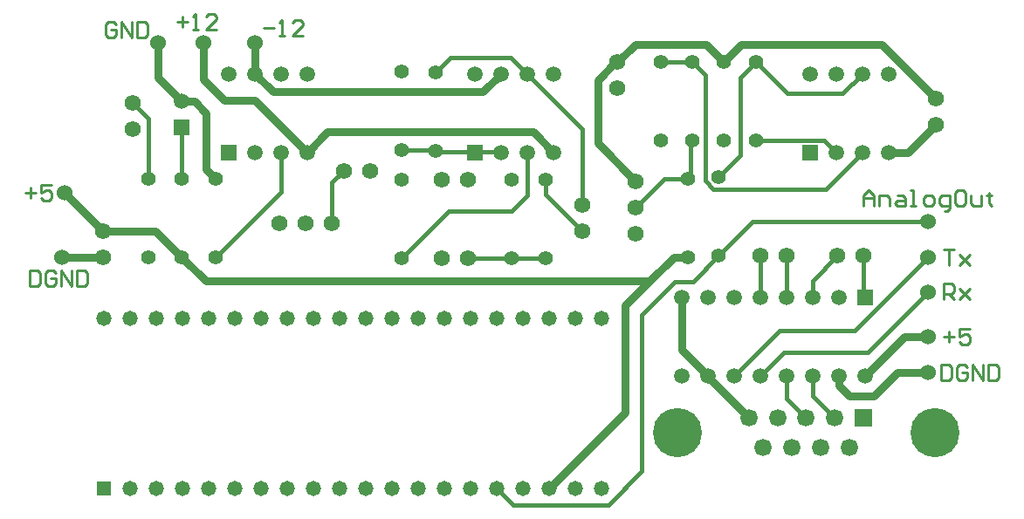
<source format=gtl>
G04*
G04 #@! TF.GenerationSoftware,Altium Limited,Altium Designer,18.0.7 (293)*
G04*
G04 Layer_Physical_Order=1*
G04 Layer_Color=255*
%FSLAX25Y25*%
%MOIN*%
G70*
G01*
G75*
%ADD16C,0.01000*%
%ADD30C,0.03000*%
%ADD31C,0.01500*%
%ADD32C,0.06000*%
%ADD33C,0.05512*%
%ADD34C,0.05906*%
%ADD35R,0.05906X0.05906*%
%ADD36C,0.05800*%
%ADD37R,0.05800X0.05800*%
%ADD38C,0.05906*%
%ADD39R,0.05906X0.05906*%
%ADD40C,0.06200*%
%ADD41C,0.18740*%
%ADD42R,0.06653X0.06653*%
%ADD43C,0.06653*%
D16*
X321500Y130000D02*
Y133999D01*
X323499Y135998D01*
X325499Y133999D01*
Y130000D01*
Y132999D01*
X321500D01*
X327498Y130000D02*
Y133999D01*
X330497D01*
X331497Y132999D01*
Y130000D01*
X334496Y133999D02*
X336495D01*
X337495Y132999D01*
Y130000D01*
X334496D01*
X333496Y131000D01*
X334496Y131999D01*
X337495D01*
X339494Y130000D02*
X341494D01*
X340494D01*
Y135998D01*
X339494D01*
X345492Y130000D02*
X347492D01*
X348491Y131000D01*
Y132999D01*
X347492Y133999D01*
X345492D01*
X344493Y132999D01*
Y131000D01*
X345492Y130000D01*
X352490Y128001D02*
X353490D01*
X354489Y129000D01*
Y133999D01*
X351490D01*
X350491Y132999D01*
Y131000D01*
X351490Y130000D01*
X354489D01*
X359488Y135998D02*
X357488D01*
X356489Y134998D01*
Y131000D01*
X357488Y130000D01*
X359488D01*
X360487Y131000D01*
Y134998D01*
X359488Y135998D01*
X362487Y133999D02*
Y131000D01*
X363486Y130000D01*
X366485D01*
Y133999D01*
X369484Y134998D02*
Y133999D01*
X368485D01*
X370484D01*
X369484D01*
Y131000D01*
X370484Y130000D01*
X351000Y69498D02*
Y63500D01*
X353999D01*
X354999Y64500D01*
Y68498D01*
X353999Y69498D01*
X351000D01*
X360997Y68498D02*
X359997Y69498D01*
X357998D01*
X356998Y68498D01*
Y64500D01*
X357998Y63500D01*
X359997D01*
X360997Y64500D01*
Y66499D01*
X358997D01*
X362996Y63500D02*
Y69498D01*
X366995Y63500D01*
Y69498D01*
X368994D02*
Y63500D01*
X371993D01*
X372993Y64500D01*
Y68498D01*
X371993Y69498D01*
X368994D01*
X352000Y79999D02*
X355999D01*
X353999Y81998D02*
Y78000D01*
X361997Y82998D02*
X357998D01*
Y79999D01*
X359997Y80999D01*
X360997D01*
X361997Y79999D01*
Y78000D01*
X360997Y77000D01*
X358998D01*
X357998Y78000D01*
X352000Y94500D02*
Y100498D01*
X354999D01*
X355999Y99498D01*
Y97499D01*
X354999Y96499D01*
X352000D01*
X353999D02*
X355999Y94500D01*
X357998Y98499D02*
X361997Y94500D01*
X359997Y96499D01*
X361997Y98499D01*
X357998Y94500D01*
X352000Y113498D02*
X355999D01*
X353999D01*
Y107500D01*
X357998Y111499D02*
X361997Y107500D01*
X359997Y109499D01*
X361997Y111499D01*
X357998Y107500D01*
X3000Y105498D02*
Y99500D01*
X5999D01*
X6999Y100500D01*
Y104498D01*
X5999Y105498D01*
X3000D01*
X12997Y104498D02*
X11997Y105498D01*
X9998D01*
X8998Y104498D01*
Y100500D01*
X9998Y99500D01*
X11997D01*
X12997Y100500D01*
Y102499D01*
X10997D01*
X14996Y99500D02*
Y105498D01*
X18995Y99500D01*
Y105498D01*
X20994D02*
Y99500D01*
X23993D01*
X24993Y100500D01*
Y104498D01*
X23993Y105498D01*
X20994D01*
X1500Y134999D02*
X5499D01*
X3499Y136998D02*
Y133000D01*
X11497Y137998D02*
X7498D01*
Y134999D01*
X9497Y135999D01*
X10497D01*
X11497Y134999D01*
Y133000D01*
X10497Y132000D01*
X8498D01*
X7498Y133000D01*
X35999Y199498D02*
X34999Y200498D01*
X33000D01*
X32000Y199498D01*
Y195500D01*
X33000Y194500D01*
X34999D01*
X35999Y195500D01*
Y197499D01*
X33999D01*
X37998Y194500D02*
Y200498D01*
X41997Y194500D01*
Y200498D01*
X43996D02*
Y194500D01*
X46995D01*
X47995Y195500D01*
Y199498D01*
X46995Y200498D01*
X43996D01*
X59500Y200499D02*
X63499D01*
X61499Y202498D02*
Y198500D01*
X65498Y197500D02*
X67497D01*
X66498D01*
Y203498D01*
X65498Y202498D01*
X74495Y197500D02*
X70496D01*
X74495Y201499D01*
Y202498D01*
X73496Y203498D01*
X71496D01*
X70496Y202498D01*
X92500Y197999D02*
X96499D01*
X98498Y195000D02*
X100497D01*
X99498D01*
Y200998D01*
X98498Y199998D01*
X107495Y195000D02*
X103496D01*
X107495Y198999D01*
Y199998D01*
X106495Y200998D01*
X104496D01*
X103496Y199998D01*
D30*
X334500Y66500D02*
X346000D01*
X325500Y57500D02*
X334500Y66500D01*
X316000Y57500D02*
X325500D01*
X312000Y61500D02*
X316000Y57500D01*
X312000Y61500D02*
Y65000D01*
X337000Y80000D02*
X346000D01*
X322000Y65000D02*
X337000Y80000D01*
X69500Y178500D02*
Y192500D01*
Y178500D02*
X77500Y170500D01*
X89000D01*
X109000Y150500D01*
X52000Y179000D02*
X61000Y170000D01*
X52000Y179000D02*
Y193000D01*
X89000Y180500D02*
Y193000D01*
X338500Y150500D02*
X349000Y161000D01*
X331000Y150500D02*
X338500D01*
X109000D02*
X116756Y158256D01*
X239750Y101250D02*
X249000Y110500D01*
X230500Y92000D02*
X239750Y101250D01*
X70250D02*
X239750D01*
X61000Y110500D02*
X70250Y101250D01*
X61000Y170000D02*
X66000D01*
X70500Y144000D02*
X74000Y140500D01*
X70500Y144000D02*
Y165500D01*
X66000Y170000D02*
X70500Y165500D01*
X15500Y110500D02*
X31000D01*
X16500Y135000D02*
X31000Y120500D01*
X195244Y158256D02*
X203000Y150500D01*
X116756Y158256D02*
X195244D01*
X51000Y120500D02*
X61000Y110500D01*
X31000Y120500D02*
X51000D01*
X201500Y22000D02*
X230500Y51000D01*
Y92000D01*
X249000Y110500D02*
X254500D01*
X219900Y154100D02*
X234500Y139500D01*
X226752Y185000D02*
X227500D01*
X219900Y178148D02*
X226752Y185000D01*
X219900Y154100D02*
Y178148D01*
X234256Y191756D02*
X261244D01*
X268000Y185000D01*
X227500D02*
X234256Y191756D01*
X274756D02*
X328244D01*
X349000Y171000D01*
X268000Y185000D02*
X274756Y191756D01*
X252000Y75000D02*
X262000Y65000D01*
X252000Y75000D02*
Y95000D01*
X277689Y48992D02*
Y49152D01*
X262000Y64841D02*
X277689Y49152D01*
X262000Y64841D02*
Y65000D01*
X176047Y173547D02*
X183000Y180500D01*
X95953Y173547D02*
X176047D01*
X89000Y180500D02*
X95953Y173547D01*
D31*
X323000Y74000D02*
X346000Y97000D01*
X291000Y74000D02*
X323000D01*
X318000Y82500D02*
X346000Y110500D01*
X289500Y82500D02*
X318000D01*
X48500Y140500D02*
Y163500D01*
X42500Y169500D02*
X48500Y163500D01*
X256203Y101203D02*
X266000Y111000D01*
X279000Y124000D02*
X346000D01*
X272000Y65000D02*
X289500Y82500D01*
X282000Y65000D02*
X291000Y74000D01*
X266000Y111000D02*
X278500Y123500D01*
X306994Y136494D02*
X321000Y150500D01*
X264134Y136494D02*
X306994D01*
X261000Y139628D02*
X264134Y136494D01*
X261000Y139628D02*
Y180000D01*
X256000Y185000D02*
X261000Y180000D01*
X244000Y185000D02*
X256000D01*
X266000Y141000D02*
X274500Y149500D01*
Y179000D01*
X280500Y185000D01*
X313500Y173000D02*
X321000Y180500D01*
X292500Y173000D02*
X313500D01*
X280500Y185000D02*
X292500Y173000D01*
X280500Y155000D02*
X306500D01*
X311000Y150500D01*
X145000Y110000D02*
X163000Y128000D01*
X187000D01*
X193000Y134000D01*
Y150500D01*
X118500Y123500D02*
Y139000D01*
X123000Y143500D01*
X74000Y110500D02*
X99000Y135500D01*
Y150500D01*
X255250Y154250D02*
X256000Y155000D01*
X245500Y140500D02*
X254500D01*
X234500Y129500D02*
X245500Y140500D01*
X255250Y141250D02*
Y154250D01*
X254500Y140500D02*
X255250Y141250D01*
X158250Y150750D02*
X182750D01*
X157750Y151250D02*
X158250Y150750D01*
X182750D02*
X183000Y150500D01*
X145250Y151250D02*
X157750D01*
X145000Y151500D02*
X145250Y151250D01*
X181500Y22000D02*
X187650Y15850D01*
X224047D01*
X236739Y28542D02*
Y88511D01*
X249431Y101203D01*
X256203D01*
X224047Y15850D02*
X236739Y28542D01*
X292000Y56492D02*
Y65000D01*
Y56492D02*
X299500Y48992D01*
X302000Y57398D02*
Y65000D01*
Y57398D02*
X310405Y48992D01*
X321500Y95500D02*
X322000Y95000D01*
X321500Y95500D02*
Y111000D01*
X302000Y95000D02*
Y101500D01*
X311500Y111000D01*
X292000Y95000D02*
Y111000D01*
X282000Y95000D02*
Y111000D01*
X170500Y110000D02*
X200000D01*
Y134500D02*
Y140000D01*
Y134500D02*
X214000Y120500D01*
X163703Y186703D02*
X186797D01*
X214000Y159500D01*
X158000Y181000D02*
X163703Y186703D01*
X214000Y130500D02*
Y159500D01*
X61000Y140500D02*
Y160000D01*
D32*
X346000Y66500D02*
D03*
Y80000D02*
D03*
X52000Y192500D02*
D03*
X69500D02*
D03*
X89000D02*
D03*
X16500Y135000D02*
D03*
X15500Y110500D02*
D03*
X346000Y124000D02*
D03*
Y97000D02*
D03*
Y110500D02*
D03*
D33*
X74000D02*
D03*
Y140500D02*
D03*
X266000Y111000D02*
D03*
Y141000D02*
D03*
X280500Y185000D02*
D03*
Y155000D02*
D03*
X268000D02*
D03*
Y185000D02*
D03*
X256000Y155000D02*
D03*
Y185000D02*
D03*
X244000Y155000D02*
D03*
Y185000D02*
D03*
X254500Y110500D02*
D03*
Y140500D02*
D03*
X187000Y140000D02*
D03*
Y110000D02*
D03*
X200000D02*
D03*
Y140000D02*
D03*
X145000Y110000D02*
D03*
Y140000D02*
D03*
X158000Y151000D02*
D03*
Y181000D02*
D03*
X145000Y151500D02*
D03*
Y181500D02*
D03*
X48500Y110500D02*
D03*
Y140500D02*
D03*
X61000Y110500D02*
D03*
Y140500D02*
D03*
D34*
X252000Y65000D02*
D03*
X262000D02*
D03*
X272000D02*
D03*
X282000D02*
D03*
X292000D02*
D03*
X302000D02*
D03*
X312000D02*
D03*
X322000D02*
D03*
X252000Y95000D02*
D03*
X262000D02*
D03*
X272000D02*
D03*
X282000D02*
D03*
X292000D02*
D03*
X302000D02*
D03*
X312000D02*
D03*
X61000Y170000D02*
D03*
D35*
X322000Y95000D02*
D03*
X61000Y160000D02*
D03*
D36*
X221500Y87000D02*
D03*
X211500D02*
D03*
X201500D02*
D03*
X191500D02*
D03*
X181500D02*
D03*
X171500D02*
D03*
X161500D02*
D03*
X151500D02*
D03*
X141500D02*
D03*
X131500D02*
D03*
X121500D02*
D03*
X111500D02*
D03*
X101500D02*
D03*
X91500D02*
D03*
X81500D02*
D03*
X71500D02*
D03*
X61500D02*
D03*
X51500D02*
D03*
X41500D02*
D03*
X31500D02*
D03*
X221500Y22000D02*
D03*
X211500D02*
D03*
X201500D02*
D03*
X191500D02*
D03*
X181500D02*
D03*
X171500D02*
D03*
X161500D02*
D03*
X151500D02*
D03*
X141500D02*
D03*
X131500D02*
D03*
X121500D02*
D03*
X111500D02*
D03*
X101500D02*
D03*
X91500D02*
D03*
X81500D02*
D03*
X71500D02*
D03*
X61500D02*
D03*
X51500D02*
D03*
X41500D02*
D03*
D37*
X31500D02*
D03*
D38*
X331000Y180500D02*
D03*
X321000D02*
D03*
X311000D02*
D03*
X301000D02*
D03*
X331000Y150500D02*
D03*
X321000D02*
D03*
X311000D02*
D03*
X203000Y180500D02*
D03*
X193000D02*
D03*
X183000D02*
D03*
X173000D02*
D03*
X203000Y150500D02*
D03*
X193000D02*
D03*
X183000D02*
D03*
X109000Y180500D02*
D03*
X99000D02*
D03*
X89000D02*
D03*
X79000D02*
D03*
X109000Y150500D02*
D03*
X99000D02*
D03*
X89000D02*
D03*
D39*
X301000D02*
D03*
X173000D02*
D03*
X79000D02*
D03*
D40*
X234500Y119500D02*
D03*
Y129500D02*
D03*
Y139500D02*
D03*
X98500Y123500D02*
D03*
X108500D02*
D03*
X118500D02*
D03*
X227500Y175000D02*
D03*
Y185000D02*
D03*
X349000Y161000D02*
D03*
Y171000D02*
D03*
X31000Y120500D02*
D03*
Y110500D02*
D03*
X321500Y111000D02*
D03*
X311500D02*
D03*
X292000D02*
D03*
X282000D02*
D03*
X170500Y140000D02*
D03*
X160500D02*
D03*
X170500Y110000D02*
D03*
X160500D02*
D03*
X214000Y120500D02*
D03*
Y130500D02*
D03*
X133000Y143500D02*
D03*
X123000D02*
D03*
X42500Y169500D02*
D03*
Y159500D02*
D03*
D41*
X250307Y43402D02*
D03*
X348693D02*
D03*
D42*
X321311Y48992D02*
D03*
D43*
X315858Y37811D02*
D03*
X310405Y48992D02*
D03*
X304953Y37811D02*
D03*
X299500Y48992D02*
D03*
X294047Y37811D02*
D03*
X288595Y48992D02*
D03*
X283142Y37811D02*
D03*
X277689Y48992D02*
D03*
M02*

</source>
